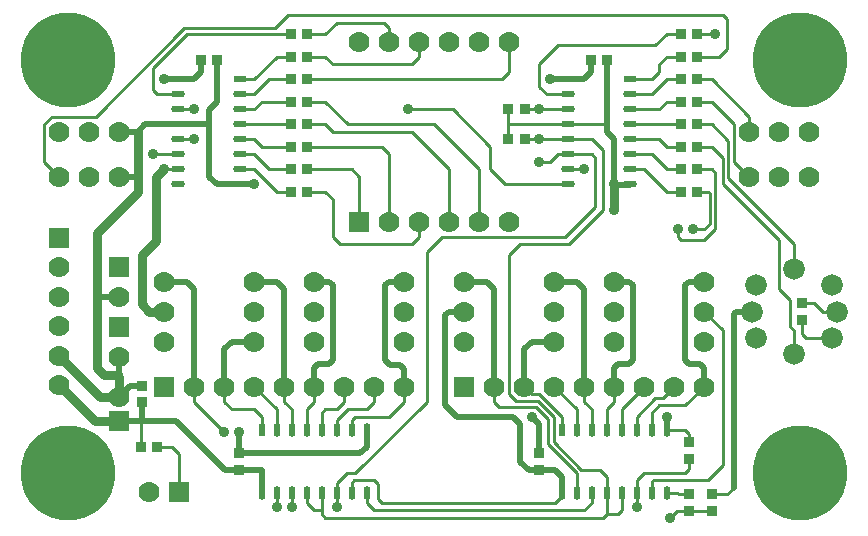
<source format=gbl>
G04 ================== begin FILE IDENTIFICATION RECORD ==================*
G04 Layout Name:  LEDSwitchBoard.brd*
G04 Film Name:    GB_LEDSwitchBoard.GBL*
G04 File Format:  Gerber RS274X*
G04 File Origin:  Cadence Allegro 16.6-S014*
G04 Origin Date:  Thu Feb 25 10:56:10 2016*
G04 *
G04 Layer:  ETCH/BOTTOM*
G04 Layer:  PIN/BOTTOM*
G04 Layer:  VIA CLASS/BOTTOM*
G04 *
G04 Offset:    (0.0000 0.0000)*
G04 Mirror:    No*
G04 Mode:      Positive*
G04 Rotation:  0*
G04 FullContactRelief:  No*
G04 UndefLineWidth:     0.0000*
G04 ================== end FILE IDENTIFICATION RECORD ====================*
%FSLAX25Y25*MOMM*%
%IR0*IPPOS*OFA0.00000B0.00000*MIA0B0*SFA1.00000B1.00000*%
%ADD16C,.9144*%
%ADD18R,.5842X1.1176*%
%ADD19R,1.1176X.5842*%
%ADD17O,.5842X1.1684*%
%ADD15O,1.1684X.5842*%
%ADD10C,8.001*%
%ADD11C,1.778*%
%ADD20C,1.8288*%
%ADD12R,1.778X1.778*%
%ADD14R,.9652X.8128*%
%ADD13R,.8128X.9652*%
%ADD21C,.8*%
%ADD22C,.254*%
%ADD23C,.508*%
G75*
%LPD*%
G75*
G54D10*
X-3100000Y-1750000D03*
Y1750000D03*
X3100000Y-1750000D03*
Y1750000D03*
G54D20*
X2688000Y-381000D03*
X2723000Y-156000D03*
Y-606000D03*
X3048000Y-741000D03*
X3408000Y-381000D03*
X3048000Y-21000D03*
X3373000Y-156000D03*
Y-606000D03*
G54D11*
X-3175000Y-1006000D03*
Y-756000D03*
Y-506000D03*
Y-256000D03*
Y-6000D03*
Y762000D03*
X-2921000D03*
X-3175000Y1143000D03*
X-2921000D03*
X-2413000Y-1905000D03*
X-2286000Y-635000D03*
X-2667000Y-762000D03*
Y-1104900D03*
X-2286000Y-381000D03*
Y-127000D03*
X-2667000Y-254000D03*
Y762000D03*
Y1143000D03*
X-1524000Y-635000D03*
Y-1016000D03*
X-1778000D03*
X-2032000D03*
X-1524000Y-381000D03*
Y-127000D03*
X-1016000Y-635000D03*
X-762000Y-1016000D03*
X-1016000D03*
X-1270000D03*
X-1016000Y-381000D03*
Y-127000D03*
X-635000Y1905000D03*
X-254000Y-635000D03*
Y-1016000D03*
X-508000D03*
X-254000Y-381000D03*
Y-127000D03*
X-127000Y381000D03*
X-381000D03*
Y1905000D03*
X-127000D03*
X254000Y-635000D03*
X762000Y-1016000D03*
X508000D03*
X254000Y-381000D03*
Y-127000D03*
X635000Y381000D03*
X381000D03*
X127000D03*
Y1905000D03*
X381000D03*
X635000D03*
X1016000Y-635000D03*
X1524000D03*
Y-1016000D03*
X1270000D03*
X1016000D03*
Y-381000D03*
Y-127000D03*
X1524000Y-381000D03*
Y-127000D03*
X2032000Y-1016000D03*
X1778000D03*
X2286000Y-635000D03*
Y-1016000D03*
Y-381000D03*
Y-127000D03*
X2667000Y762000D03*
X2921000D03*
X2667000Y1143000D03*
X2921000D03*
X3175000Y762000D03*
Y1143000D03*
G54D21*
G01X-3175000Y-756000D02*
X-2826100Y-1104900D01*
X-2667000D01*
G01X-2677000Y-920750D02*
X-2793990D01*
X-2857500Y-857240D01*
Y-254000D01*
G01X-3175000Y-1006000D02*
X-2872900Y-1308100D01*
X-2667000D01*
G01X-2857500Y-254000D02*
Y285750D01*
X-2508250Y635000D01*
Y762000D01*
G01X-2667000Y-1104900D02*
Y-930750D01*
X-2677000Y-920750D01*
G01X-2286000Y825500D02*
X-2355600Y755900D01*
Y216150D01*
X-2476500Y95250D01*
Y-317500D01*
X-2413000Y-381000D01*
X-2286000D01*
G01X-2508250Y1143000D02*
Y762000D01*
G01X1524000Y476250D02*
Y698500D01*
G54D12*
X-3175000Y244000D03*
X-2159000Y-1905000D03*
X-2286000Y-1016000D03*
X-2667000Y-1308100D03*
Y0D03*
Y-508000D03*
X-635000Y381000D03*
X254000Y-1016000D03*
G54D22*
G01X2230120Y1778000D02*
X2413010D01*
X2476500Y1841490D01*
Y2095500D01*
X2444750Y2127250D01*
X-1238260D01*
X-1348750Y2016760D01*
X-2115490D01*
X-2862250Y1270000D01*
X-3238500D01*
X-3302000Y1206500D01*
Y889000D01*
X-3175000Y762000D01*
G01X-2484120Y-1524000D02*
Y-1315720D01*
X-2476500Y-1308100D01*
G01X-2159000Y-1905000D02*
Y-1587500D01*
X-2222500Y-1524000D01*
X-2341880D01*
G01X-2169160Y825500D02*
X-2286000D01*
G01X-2169160Y952500D02*
X-2381250D01*
G01X-2169160Y1079500D02*
X-2032000D01*
G01Y1333500D02*
X-2169160D01*
G01Y1460500D02*
X-2349500D01*
X-2381250Y1492250D01*
Y1682750D01*
X-2095500Y1968500D01*
X-1214120D01*
G01X-1778000Y-1397000D02*
X-2032000Y-1143000D01*
Y-1016000D01*
G01X-1460500Y-1386840D02*
Y-1270000D01*
X-1524000Y-1206500D01*
X-1714490D01*
X-1778000Y-1142990D01*
Y-1016000D01*
G01X-1333500Y-1386840D02*
Y-1206500D01*
X-1524000Y-1016000D01*
G01X-1640840Y1333500D02*
X-1524000D01*
X-1460500Y1397000D01*
X-1214120D01*
G01X-1640840Y1206500D02*
X-1214120D01*
G01X-1640840Y1079500D02*
X-1524000D01*
X-1460500Y1016000D01*
X-1214120D01*
G01X-1640840Y952500D02*
X-1524000D01*
X-1397000Y825500D01*
X-1214120D01*
G01X-1640840D02*
X-1524010D01*
X-1333510Y635000D01*
X-1214120D01*
G01X-1640840Y1587500D02*
X-1524000D01*
X-1333500Y1778000D01*
X-1214120D01*
G01X-1640840Y1460500D02*
X-1524000D01*
X-1397000Y1587500D01*
X-1214120D01*
G01X-1206500Y-2032000D02*
Y-1915160D01*
G01X-1333500Y-2032000D02*
Y-1915160D01*
G01X-825500D02*
Y-1831340D01*
X-740410Y-1746250D01*
X-666750D01*
X-63500Y-1143000D01*
Y127000D01*
X63500Y254000D01*
X1111250D01*
X1365250Y508000D01*
Y920750D01*
X1333500Y952500D01*
X1132840D01*
G01X-825500Y-1915160D02*
Y-2032000D01*
G01X-952500Y-1915160D02*
Y-2063750D01*
G01D02*
Y-2095510D01*
X-920760Y-2127250D01*
X1428760D01*
X1460500Y-2095510D01*
G01X-952500Y-2063750D02*
X-1014730D01*
X-1079500Y-1998980D01*
Y-1915160D01*
G01X-1206500Y-1386840D02*
Y-1206510D01*
X-1270000Y-1143010D01*
Y-1016000D01*
G01X-1079500Y-1386840D02*
Y-1206490D01*
X-1016000Y-1142990D01*
Y-1016000D01*
G01X-952500Y-1386840D02*
Y-1238240D01*
X-920760Y-1206500D01*
X-825500D01*
X-762000Y-1143000D01*
Y-1016000D01*
G01X-825500Y-1386840D02*
Y-1301750D01*
X-730250Y-1206500D01*
X-571500D01*
X-508000Y-1143000D01*
Y-1016000D01*
G01X-127000Y381000D02*
Y254000D01*
X-190500Y190500D01*
X-793750D01*
X-857250Y254000D01*
Y571500D01*
X-920750Y635000D01*
X-1071880D01*
G01X127000Y381000D02*
Y825500D01*
X-190500Y1143000D01*
X-857260D01*
X-920760Y1206500D01*
X-1071880D01*
G01X-381000Y381000D02*
Y952500D01*
X-444500Y1016000D01*
X-1071880D01*
G01X381000Y381000D02*
Y825490D01*
X20Y1206500D01*
X-730250D01*
X-920750Y1397000D01*
X-1071880D01*
G01X-635000Y381000D02*
Y762010D01*
X-698490Y825500D01*
X-1071880D01*
G01Y1968500D02*
X-920750D01*
X-825500Y2063750D01*
X-425450D01*
X-381000Y2019300D01*
Y1905000D01*
G01X635000D02*
Y1651000D01*
X571500Y1587500D01*
X-1071880D01*
G01X-127000Y1905000D02*
Y1778000D01*
X-190500Y1714500D01*
X-857250D01*
X-920750Y1778000D01*
X-1071880D01*
G01X1079500Y-1915160D02*
Y-1944370D01*
X1023630Y-2000240D01*
X-444510D01*
X-476250Y-1968500D01*
Y-1841490D01*
X-507180Y-1810560D01*
X-677720D01*
X-698500Y-1831340D01*
Y-1915160D01*
G01X-571500D02*
Y-2000250D01*
X-508000Y-2063750D01*
X1270000D01*
X1333500Y-2000250D01*
Y-1915160D01*
G01X-698500Y-1386840D02*
Y-1301750D01*
X-666750Y-1270000D01*
X-381010D01*
X-254000Y-1142990D01*
Y-1016000D01*
G01X1132840Y698500D02*
X603250D01*
X476250Y825500D01*
Y1016000D01*
X158750Y1333500D01*
X-222250D01*
G01X1206500Y-1915160D02*
Y-1746260D01*
X966470Y-1506230D01*
Y-1293470D01*
X861720Y-1188720D01*
X553720D01*
X508000Y-1143000D01*
Y-1016000D01*
G01X1132840Y1079500D02*
X1333500D01*
X1428750Y984250D01*
Y476250D01*
X1143000Y190500D01*
X730250D01*
X637540Y97790D01*
Y-1082050D01*
X695950Y-1140460D01*
X881710D01*
X1014730Y-1273480D01*
Y-1486240D01*
X1247570Y-1719080D01*
X1401580D01*
X1460500Y-1778000D01*
Y-1915160D01*
G01X1132840Y1206500D02*
X627380D01*
G01Y1333500D02*
Y1206500D01*
G01D02*
Y1079500D01*
G01X762000Y-1016000D02*
X825500Y-1079500D01*
X889000D01*
X1079500Y-1270000D01*
Y-1386840D01*
G01X1206500D02*
Y-1206500D01*
X1016000Y-1016000D01*
G01X1333500Y-1386840D02*
Y-1206490D01*
X1270000Y-1142990D01*
Y-1016000D01*
G01X1132840Y1206500D02*
X1468120D01*
G01X1132840Y825500D02*
X1270000D01*
G01X1132840Y952500D02*
X1047750D01*
X984250Y889000D01*
X889000D01*
G01Y1079500D02*
X1132840D01*
G01X769620D02*
X889000D01*
G01X769620Y1333500D02*
X889000D01*
G01X1132840D02*
X889000D01*
G01X2087880Y1968500D02*
X1968500D01*
X1873250Y1873250D01*
X1047750D01*
X889000Y1714500D01*
Y1524000D01*
X952500Y1460500D01*
X1132840D01*
G01X2286000Y-381000D02*
X2444750Y-539750D01*
Y-1682740D01*
X2317740Y-1809750D01*
X1851500D01*
X1841500Y-1819750D01*
Y-1915160D01*
G01X2159000Y-1626870D02*
Y-1714490D01*
X2127240Y-1746250D01*
X1778000D01*
X1714500Y-1809750D01*
Y-1915160D01*
G01Y-2032000D02*
Y-1915160D01*
G01X1460500Y-2095510D02*
Y-1915160D01*
G01X1587500D02*
Y-2063750D01*
X1555740Y-2095510D01*
X1460500D01*
G01X2000240Y-2127240D02*
X2056110Y-2071370D01*
X2159000D01*
G01Y-1929130D02*
X2071370D01*
X2057400Y-1915160D01*
X1968500D01*
G01Y-1386840D02*
X2127250D01*
X2159000Y-1418590D01*
Y-1484630D01*
G01X1460500Y-1386840D02*
Y-1206500D01*
X1524000Y-1143000D01*
Y-1016000D01*
G01X1587500Y-1386840D02*
Y-1206500D01*
X1778000Y-1016000D01*
G01X2032000D02*
X1936750Y-1111250D01*
X1873250D01*
X1714500Y-1270000D01*
Y-1386840D01*
G01X2286000Y-1016000D02*
X2127250Y-1174750D01*
X1904990D01*
X1841500Y-1238240D01*
Y-1386840D01*
G01X1661160Y825500D02*
X1778000D01*
X1968500Y635000D01*
X2087880D01*
G01X2063750Y317500D02*
Y246380D01*
X2087880Y222250D01*
X2286000D01*
X2381250Y317500D01*
Y793760D01*
X2349510Y825500D01*
X2230120D01*
G01X2087880Y1206500D02*
X1661160D01*
G01Y1079500D02*
X1905000D01*
X1968500Y1016000D01*
X2087880D01*
G01X1661160Y952500D02*
X1841510D01*
X1968510Y825500D01*
X2087880D01*
G01X1661160Y1333500D02*
X1905000D01*
X1968500Y1397000D01*
X2087880D01*
G01X1661160Y1587500D02*
X1847850D01*
X1905000Y1644650D01*
Y1714500D01*
X1968500Y1778000D01*
X2087880D01*
G01X1661160Y1460500D02*
X1841510D01*
X1968510Y1587500D01*
X2087880D01*
G01X2540000Y-1873260D02*
X2484130Y-1929130D01*
X2349500D01*
G01Y-2071370D02*
X2159000D01*
G01X2190750Y317500D02*
X2286000D01*
X2332990Y364490D01*
Y619770D01*
X2317760Y635000D01*
X2230120D01*
G01Y1206500D02*
X2349510D01*
X2491740Y1064270D01*
Y746770D01*
X3048000Y190510D01*
Y-21000D01*
G01Y-741000D02*
Y-539750D01*
X3016250Y-508000D01*
Y-285750D01*
X2921000Y-190500D01*
Y222240D01*
X2443480Y699760D01*
Y922020D01*
X2349500Y1016000D01*
X2230120D01*
G01Y1397000D02*
X2349490D01*
X2540000Y1206490D01*
Y889000D01*
X2667000Y762000D01*
G01X2230120Y1587500D02*
X2349500D01*
X2667000Y1270000D01*
Y1143000D01*
G01X2381250Y1968500D02*
X2230120D01*
G01X3408000Y-381000D02*
X3291160D01*
X3220040Y-309880D01*
X3111500D01*
G01X3373000Y-606000D02*
X3146000D01*
X3111500Y-571500D01*
Y-452120D01*
G54D13*
X-2341880Y-1524000D03*
X-2484120D03*
X-1833880Y1746250D03*
X-1976120D03*
X-1071880Y635000D03*
X-1214120D03*
X-1071880Y1397000D03*
X-1214120D03*
X-1071880Y1206500D03*
X-1214120D03*
X-1071880Y1016000D03*
X-1214120D03*
X-1071880Y825500D03*
X-1214120D03*
X-1071880Y1968500D03*
X-1214120D03*
X-1071880Y1778000D03*
X-1214120D03*
X-1071880Y1587500D03*
X-1214120D03*
X627380Y1079500D03*
Y1333500D03*
X769620Y1079500D03*
Y1333500D03*
X1325880Y1746250D03*
X2087880Y635000D03*
Y1397000D03*
Y1206500D03*
Y1016000D03*
Y825500D03*
Y1968500D03*
Y1778000D03*
Y1587500D03*
X1468120Y1746250D03*
X2230120Y635000D03*
Y1397000D03*
Y1206500D03*
Y1016000D03*
Y825500D03*
Y1968500D03*
Y1778000D03*
Y1587500D03*
G54D23*
G01X-2667000Y-254000D02*
X-2857500D01*
G01X-2667000Y-762000D02*
Y-910750D01*
X-2677000Y-920750D01*
G01X-2476500Y-1008380D02*
X-2570480D01*
X-2667000Y-1104900D01*
G01X-1651000Y-1722120D02*
X-1770380D01*
X-2184400Y-1308100D01*
X-2476500D01*
G01Y-1150620D02*
Y-1308100D01*
G01X-2667000D02*
X-2476500D01*
G01X-2032000Y-1016000D02*
Y-190500D01*
X-2095500Y-127000D01*
X-2286000D01*
G01X-1905000Y1206500D02*
X-2169160D01*
G01X-2667000Y1143000D02*
X-2508250D01*
G01Y762000D02*
X-2667000D01*
G01X-2508250Y1143000D02*
X-2444750Y1206500D01*
X-2169160D01*
G01X-2286000Y1587500D02*
X-2169160D01*
G01D02*
X-2032000D01*
X-1976120Y1643380D01*
Y1746250D01*
G01X-571500Y-1386840D02*
Y-1524000D01*
X-627380Y-1579880D01*
X-1651000D01*
G01D02*
Y-1397000D01*
G01X-1460500Y-1915160D02*
Y-1722120D01*
X-1651000D01*
G01X-1778000Y-1016000D02*
Y-698510D01*
X-1714490Y-635000D01*
X-1524000D01*
G01X-1270000Y-1016000D02*
Y-190490D01*
X-1333490Y-127000D01*
X-1524000D01*
G01X-1640840Y698500D02*
X-1524000D01*
G01X-1640840D02*
X-1841500D01*
X-1905000Y762000D01*
Y1206500D01*
G01X-1833880Y1746250D02*
Y1397000D01*
X-1905000Y1325880D01*
Y1206500D01*
G01X-1016000Y-1016000D02*
Y-857260D01*
X-984240Y-825500D01*
X-888990D01*
X-857250Y-793760D01*
Y-158750D01*
X-889000Y-127000D01*
X-1016000D01*
G01X-254000Y-1016000D02*
Y-865610D01*
X-289930Y-829680D01*
X-376820D01*
X-412750Y-793750D01*
Y-158750D01*
X-381000Y-127000D01*
X-254000D01*
G01X889000Y-1722120D02*
X801380D01*
X730250Y-1650990D01*
Y-1333490D01*
X666760Y-1270000D01*
X190490D01*
X95250Y-1174760D01*
Y-412750D01*
X127000Y-381000D01*
X254000D01*
G01X508000Y-1016000D02*
Y-190500D01*
X444500Y-127000D01*
X254000D01*
G01X889000Y-1579880D02*
Y-1333500D01*
X825500Y-1270000D01*
G01X1079500Y-1915160D02*
Y-1778000D01*
X1023620Y-1722120D01*
X889000D01*
G01X762000Y-1016000D02*
Y-698500D01*
X825500Y-635000D01*
X1016000D01*
G01X1270000Y-1016000D02*
Y-190490D01*
X1206510Y-127000D01*
X1016000D01*
G01X1132840Y1587500D02*
X984250D01*
G01X1325880Y1746250D02*
Y1643380D01*
X1270000Y1587500D01*
X1132840D01*
G01X1968500Y-1386840D02*
Y-1270000D01*
G01X1524000Y-127000D02*
X1651000D01*
X1682750Y-158750D01*
Y-793740D01*
X1650990Y-825500D01*
X1555750D01*
X1524000Y-857250D01*
Y-1016000D01*
G01X2286000D02*
Y-857250D01*
X2254250Y-825500D01*
X2159000D01*
X2127250Y-793750D01*
Y-158740D01*
X2158990Y-127000D01*
X2286000D01*
G01X1524000Y698500D02*
Y1079500D01*
X1468120Y1135380D01*
Y1206500D01*
G01X1524000Y698500D02*
X1528180Y694320D01*
X1656980D01*
X1661160Y698500D01*
G01X1468120Y1206500D02*
Y1746250D01*
G01X2688000Y-381000D02*
X2558460D01*
X2540000Y-399460D01*
Y-1873260D01*
G54D14*
X-2476500Y-1008380D03*
Y-1150620D03*
X-1651000Y-1579880D03*
Y-1722120D03*
X889000Y-1579880D03*
Y-1722120D03*
X2159000Y-1484630D03*
Y-1626870D03*
Y-1929130D03*
Y-2071370D03*
X2349500Y-1929130D03*
Y-2071370D03*
X3111500Y-452120D03*
Y-309880D03*
G54D15*
X-2169160Y698500D03*
Y1333500D03*
Y1206500D03*
Y1079500D03*
Y952500D03*
Y825500D03*
Y1587500D03*
Y1460500D03*
X-1640840Y698500D03*
Y825500D03*
Y952500D03*
Y1079500D03*
Y1206500D03*
Y1333500D03*
Y1460500D03*
X1132840Y698500D03*
Y1333500D03*
Y1206500D03*
Y1079500D03*
Y952500D03*
Y825500D03*
Y1587500D03*
Y1460500D03*
X1661160Y698500D03*
Y825500D03*
Y952500D03*
Y1079500D03*
Y1206500D03*
Y1333500D03*
Y1460500D03*
G54D16*
X-2286000Y825500D03*
X-2381250Y952500D03*
X-2286000Y1587500D03*
X-1651000Y-1397000D03*
X-1778000D03*
X-1524000Y698500D03*
X-2032000Y1079500D03*
Y1333500D03*
X-1206500Y-2032000D03*
X-1333500D03*
X-825500D03*
X-222250Y1333500D03*
X825500Y-1270000D03*
X1270000Y825500D03*
X889000Y889000D03*
Y1079500D03*
Y1333500D03*
X984250Y1587500D03*
X2000240Y-2127240D03*
X1714500Y-2032000D03*
X1968500Y-1270000D03*
X1524000Y476250D03*
Y698500D03*
X2063750Y317500D03*
X2190750D03*
X2381250Y1968500D03*
G54D17*
X-1460500Y-1915160D03*
X-1333500D03*
X-1206500D03*
X-1079500D03*
X-952500D03*
X-825500D03*
X-698500D03*
Y-1386840D03*
X-825500D03*
X-952500D03*
X-1079500D03*
X-1206500D03*
X-1333500D03*
X-571500Y-1915160D03*
Y-1386840D03*
X1079500Y-1915160D03*
X1206500D03*
X1333500D03*
Y-1386840D03*
X1206500D03*
X1460500Y-1915160D03*
X1587500D03*
X1714500D03*
X1841500D03*
X1968500D03*
Y-1386840D03*
X1841500D03*
X1714500D03*
X1587500D03*
X1460500D03*
G54D18*
X-1460500D03*
X1079500D03*
G54D19*
X-1640840Y1587500D03*
X1661160D03*
M02*

</source>
